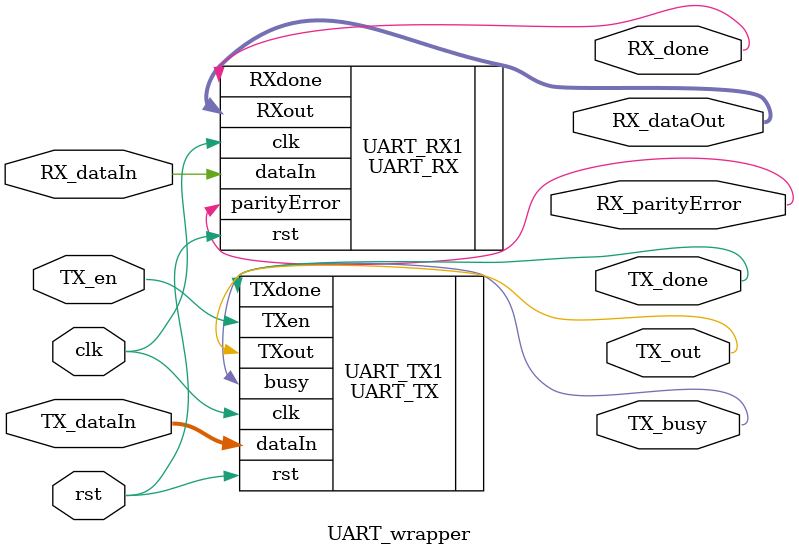
<source format=sv>
module UART_wrapper #(
    parameter CLK_PER_BIT = 50,
    parameter dataWidth   = 8,
    parameter parityBits  = 0,
    parameter stopBits    = 1
) (
    input  logic                    clk,
    input  logic                    rst,

    input  logic   [dataWidth-1:0]  TX_dataIn,
    input  logic                    TX_en,

    input  logic                    RX_dataIn,

    output logic                    TX_out,
    output logic                    TX_done,
    output logic                    TX_busy,

    output logic   [dataWidth-1:0]  RX_dataOut,
    output logic                    RX_done,
    output logic                    RX_parityError
);
    // UART Transmitter Module
    UART_TX #(
        .CLK_PER_BIT(CLK_PER_BIT),
        .dataWidth(dataWidth),
        .parityBits(parityBits),
        .stopBits(stopBits)
        ) 
        UART_TX1 ( 
        .clk(clk),
        .rst(rst),
        .dataIn(TX_dataIn),
        .TXen(TX_en),

        .TXout(TX_out),
        .TXdone(TX_done),
        .busy(TX_busy)
    );

    // UART Receiver Module
    UART_RX #(
        .CLK_PER_BIT(CLK_PER_BIT),
        .dataWidth(dataWidth),
        .parityBits(parityBits),
        .stopBits(stopBits)
        )
        UART_RX1 (
        .clk(clk),
        .rst(rst),
        .dataIn(RX_dataIn),

        .RXout(RX_dataOut),
        .RXdone(RX_done),
        .parityError(RX_parityError)
    );
endmodule
</source>
